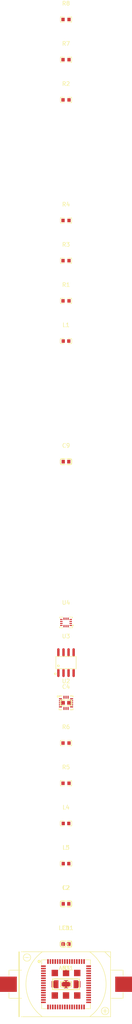
<source format=kicad_pcb>
(kicad_pcb (version 20241229) (generator "atopile") (generator_version "0.12.4")
  (layers (0 "F.Cu" signal) (31 "B.Cu" signal) (34 "B.Paste" user) (35 "F.Paste" user) (36 "B.SilkS" user "B.Silkscreen") (37 "F.SilkS" user "F.Silkscreen") (38 "B.Mask" user) (39 "F.Mask" user) (44 "Edge.Cuts" user))
  (net 0 "")
  (net 1 "PC4")
  (net 2 "PB9")
  (net 4 "PA5")
  (net 8 "PA3_UART2_RX")
  (net 9 "PB8")
  (net 10 "PA14")
  (net 11 "PC13")
  (net 15 "PA2_UART2_TX")
  (net 17 "VLXSMPS")
  (net 18 "PC6")
  (net 20 "PC3")
  (net 21 "PA4")
  (net 22 "PA13")
  (net 24 "VDDMPS")
  (net 28 "VREFpos")
  (net 29 "PC0")
  (net 34 "VFBSMPS")
  (net 37 "PC5")
  (net 38 "PC1")
  (net 40 "PB15")
  (net 5 "PA12")
  (net 41 "PA9")
  (net 42 "PA6")
  (net 43 "blah-net-3")
  (net 44 "PB13")
  (net 45 "BOOT0")
  (net 46 "PA10")
  (net 50 "PB1")
  (net 51 "PA8")
  (net 52 "PA7")
  (net 53 "PB7_UART1_RX")
  (net 54 "PB10")
  (net 55 "PB14")
  (net 57 "NRST")
  (net 58 "PB12")
  (net 59 "PA11")
  (net 60 "PB11")
  (net 64 "PC2")
  (net 65 "blah-net-2")
  (net 19 "blah-net-0")
  (net 30 "blah-net-1")
  (net 94 "blah-INT2-0")
  (net 95 "blah-net-4")
  (net 96 "blah-net-5")
  (net 97 "A")
  (net 98 "RES")
  (net 99 "ADC3")
  (net 100 "SCX")
  (net 101 "blah-CS-0")
  (net 102 "SDO_SUX")
  (net 103 "blah-SDO_SA0-1")
  (net 104 "gnd")
  (net 105 "ADC1")
  (net 106 "i2c_sda")
  (net 107 "INT1")
  (net 108 "SDX")
  (net 109 "CS_AUX")
  (net 110 "blah-INT2-1")
  (net 111 "ADC2")
  (net 112 "led_status")
  (net 113 "vcc")
  (net 114 "vbat")
  (net 115 "adc_ntc")
  (net 116 "blah-SDO_SA0-0")
  (net 117 "activation")
  (net 118 "i2c_scl")
  (net 119 "blah-CS-1")
  (net 3 "a0")
  (net 6 "a2")
  (net 7 "a1")
  (net 12 "Feed")
  (net 13 "RF_OUT")
  (net 14 "Dummy")
  (footprint "RAKwireless_RAK3172_SIP_8_SM_NI:LGA-73_L12.0-W12.0-P0.60-TL" (layer "F.Cu") (at 0 0 0)
    (property "Reference" "U1" (at 0 -9.65 0) (layer "F.SilkS") (hide no))
    (property "Value" "")
    (fp_line (start -6.08 -4.82) (end -6.08 -6.08) (stroke (width 0.15)) (layer "F.SilkS"))
    (fp_line (start -6.08 -6.08) (end -4.82 -6.08) (stroke (width 0.15)) (layer "F.SilkS"))
    (fp_line (start 6.08 -4.82) (end 6.08 -6.08) (stroke (width 0.15)) (layer "F.SilkS"))
    (fp_line (start 6.08 -6.08) (end 4.82 -6.08) (stroke (width 0.15)) (layer "F.SilkS"))
    (fp_line (start 6.08 4.82) (end 6.08 6.08) (stroke (width 0.15)) (layer "F.SilkS"))
    (fp_line (start 6.08 6.08) (end 4.82 6.08) (stroke (width 0.15)) (layer "F.SilkS"))
    (fp_line (start -6.08 4.82) (end -6.08 6.08) (stroke (width 0.15)) (layer "F.SilkS"))
    (fp_line (start -6.08 6.08) (end -4.82 6.08) (stroke (width 0.15)) (layer "F.SilkS"))
    (fp_circle (center -6.7 -5.67) (end -6.5 -5.67) (stroke (width 0.4)) (fill no) (layer "F.SilkS"))
    (fp_text user "${REFERENCE}" (at 0 -9.65 0) (layer "F.SilkS"))
    (pad "1" smd rect (at -5.65 -4.5 0) (size 1.17 0.37) (layers "F.Cu" "F.Paste" "F.Mask") (net 22 "PA13"))
    (pad "2" smd rect (at -5.65 -3.9 0) (size 1.17 0.37) (layers "F.Cu" "F.Paste" "F.Mask") (net 10 "PA14"))
    (pad "3" smd rect (at -5.65 -3.3 0) (size 1.17 0.37) (layers "F.Cu" "F.Paste" "F.Mask") (net 113 "vcc"))
    (pad "4" smd rect (at -5.65 -2.7 0) (size 1.17 0.37) (layers "F.Cu" "F.Paste" "F.Mask") (net 114 "vbat"))
    (pad "5" smd rect (at -5.65 -2.1 0) (size 1.17 0.37) (layers "F.Cu" "F.Paste" "F.Mask") (net 11 "PC13"))
    (pad "6" smd rect (at -5.65 -1.5 0) (size 1.17 0.37) (layers "F.Cu" "F.Paste" "F.Mask") (net 28 "VREFpos"))
    (pad "7" smd rect (at -5.65 -0.9 0) (size 1.17 0.37) (layers "F.Cu" "F.Paste" "F.Mask") (net 113 "vcc"))
    (pad "8" smd rect (at -5.65 -0.3 0) (size 1.17 0.37) (layers "F.Cu" "F.Paste" "F.Mask") (net 118 "i2c_scl"))
    (pad "9" smd rect (at -5.65 0.3 0) (size 1.17 0.37) (layers "F.Cu" "F.Paste" "F.Mask") (net 40 "PB15"))
    (pad "10" smd rect (at -5.65 0.9 0) (size 1.17 0.37) (layers "F.Cu" "F.Paste" "F.Mask") (net 34 "VFBSMPS"))
    (pad "11" smd rect (at -5.65 1.5 0) (size 1.17 0.37) (layers "F.Cu" "F.Paste" "F.Mask") (net 24 "VDDMPS"))
    (pad "12" smd rect (at -5.65 2.1 0) (size 1.17 0.37) (layers "F.Cu" "F.Paste" "F.Mask") (net 104 "gnd"))
    (pad "13" smd rect (at -5.65 2.7 0) (size 1.17 0.37) (layers "F.Cu" "F.Paste" "F.Mask") (net 17 "VLXSMPS"))
    (pad "14" smd rect (at -5.65 3.3 0) (size 1.17 0.37) (layers "F.Cu" "F.Paste" "F.Mask") (net 110 "blah-INT2-1"))
    (pad "15" smd rect (at -5.65 3.9 0) (size 1.17 0.37) (layers "F.Cu" "F.Paste" "F.Mask") (net 107 "INT1"))
    (pad "16" smd rect (at -5.65 4.5 0) (size 1.17 0.37) (layers "F.Cu" "F.Paste" "F.Mask") (net 112 "led_status"))
    (pad "17" smd rect (at -4.5 5.65 0) (size 0.37 1.17) (layers "F.Cu" "F.Paste" "F.Mask") (net 106 "i2c_sda"))
    (pad "18" smd rect (at -3.9 5.65 0) (size 0.37 1.17) (layers "F.Cu" "F.Paste" "F.Mask") (net 53 "PB7_UART1_RX"))
    (pad "19" smd rect (at -3.3 5.65 0) (size 0.37 1.17) (layers "F.Cu" "F.Paste" "F.Mask") (net 9 "PB8"))
    (pad "20" smd rect (at -2.7 5.65 0) (size 0.37 1.17) (layers "F.Cu" "F.Paste" "F.Mask") (net 2 "PB9"))
    (pad "21" smd rect (at -2.1 5.65 0) (size 0.37 1.17) (layers "F.Cu" "F.Paste" "F.Mask") (net 29 "PC0"))
    (pad "22" smd rect (at -1.5 5.65 0) (size 0.37 1.17) (layers "F.Cu" "F.Paste" "F.Mask") (net 38 "PC1"))
    (pad "23" smd rect (at -0.9 5.65 0) (size 0.37 1.17) (layers "F.Cu" "F.Paste" "F.Mask") (net 64 "PC2"))
    (pad "24" smd rect (at -0.3 5.65 0) (size 0.37 1.17) (layers "F.Cu" "F.Paste" "F.Mask") (net 20 "PC3"))
    (pad "25" smd rect (at 0.3 5.65 0) (size 0.37 1.17) (layers "F.Cu" "F.Paste" "F.Mask") (net 1 "PC4"))
    (pad "26" smd rect (at 0.9 5.65 0) (size 0.37 1.17) (layers "F.Cu" "F.Paste" "F.Mask") (net 37 "PC5"))
    (pad "27" smd rect (at 1.5 5.65 0) (size 0.37 1.17) (layers "F.Cu" "F.Paste" "F.Mask") (net 18 "PC6"))
    (pad "28" smd rect (at 2.1 5.65 0) (size 0.37 1.17) (layers "F.Cu" "F.Paste" "F.Mask") (net 104 "gnd"))
    (pad "29" smd rect (at 2.7 5.65 0) (size 0.37 1.17) (layers "F.Cu" "F.Paste" "F.Mask") (net 15 "PA2_UART2_TX"))
    (pad "30" smd rect (at 3.3 5.65 0) (size 0.37 1.17) (layers "F.Cu" "F.Paste" "F.Mask") (net 8 "PA3_UART2_RX"))
    (pad "31" smd rect (at 3.9 5.65 0) (size 0.37 1.17) (layers "F.Cu" "F.Paste" "F.Mask") (net 21 "PA4"))
    (pad "32" smd rect (at 4.5 5.65 0) (size 0.37 1.17) (layers "F.Cu" "F.Paste" "F.Mask") (net 4 "PA5"))
    (pad "33" smd rect (at 5.65 4.5 0) (size 1.17 0.37) (layers "F.Cu" "F.Paste" "F.Mask") (net 42 "PA6"))
    (pad "34" smd rect (at 5.65 3.9 0) (size 1.17 0.37) (layers "F.Cu" "F.Paste" "F.Mask") (net 52 "PA7"))
    (pad "35" smd rect (at 5.65 3.3 0) (size 1.17 0.37) (layers "F.Cu" "F.Paste" "F.Mask") (net 104 "gnd"))
    (pad "36" smd rect (at 5.65 2.7 0) (size 1.17 0.37) (layers "F.Cu" "F.Paste" "F.Mask") (net 104 "gnd"))
    (pad "37" smd rect (at 5.65 2.1 0) (size 1.17 0.37) (layers "F.Cu" "F.Paste" "F.Mask") (net 13 "RF_OUT"))
    (pad "38" smd rect (at 5.65 1.5 0) (size 1.17 0.37) (layers "F.Cu" "F.Paste" "F.Mask") (net 104 "gnd"))
    (pad "39" smd rect (at 5.65 0.9 0) (size 1.17 0.37) (layers "F.Cu" "F.Paste" "F.Mask") (net 104 "gnd"))
    (pad "40" smd rect (at 5.65 0.3 0) (size 1.17 0.37) (layers "F.Cu" "F.Paste" "F.Mask") (net 65 "blah-net-2"))
    (pad "41" smd rect (at 5.65 -0.3 0) (size 1.17 0.37) (layers "F.Cu" "F.Paste" "F.Mask") (net 43 "blah-net-3"))
    (pad "42" smd rect (at 5.65 -0.9 0) (size 1.17 0.37) (layers "F.Cu" "F.Paste" "F.Mask") (net 117 "activation"))
    (pad "43" smd rect (at 5.65 -1.5 0) (size 1.17 0.37) (layers "F.Cu" "F.Paste" "F.Mask") (net 45 "BOOT0"))
    (pad "44" smd rect (at 5.65 -2.1 0) (size 1.17 0.37) (layers "F.Cu" "F.Paste" "F.Mask") (net 57 "NRST"))
    (pad "45" smd rect (at 5.65 -2.7 0) (size 1.17 0.37) (layers "F.Cu" "F.Paste" "F.Mask") (net 115 "adc_ntc"))
    (pad "46" smd rect (at 5.65 -3.3 0) (size 1.17 0.37) (layers "F.Cu" "F.Paste" "F.Mask") (net 104 "gnd"))
    (pad "47" smd rect (at 5.65 -3.9 0) (size 1.17 0.37) (layers "F.Cu" "F.Paste" "F.Mask") (net 104 "gnd"))
    (pad "48" smd rect (at 5.65 -4.5 0) (size 1.17 0.37) (layers "F.Cu" "F.Paste" "F.Mask") (net 60 "PB11"))
    (pad "49" smd rect (at 4.5 -5.65 0) (size 0.37 1.17) (layers "F.Cu" "F.Paste" "F.Mask") (net 54 "PB10"))
    (pad "50" smd rect (at 3.9 -5.65 0) (size 0.37 1.17) (layers "F.Cu" "F.Paste" "F.Mask") (net 41 "PA9"))
    (pad "51" smd rect (at 3.3 -5.65 0) (size 0.37 1.17) (layers "F.Cu" "F.Paste" "F.Mask") (net 51 "PA8"))
    (pad "52" smd rect (at 2.7 -5.65 0) (size 0.37 1.17) (layers "F.Cu" "F.Paste" "F.Mask") (net 104 "gnd"))
    (pad "53" smd rect (at 2.1 -5.65 0) (size 0.37 1.17) (layers "F.Cu" "F.Paste" "F.Mask") (net 113 "vcc"))
    (pad "54" smd rect (at 1.5 -5.65 0) (size 0.37 1.17) (layers "F.Cu" "F.Paste" "F.Mask") (net 113 "vcc"))
    (pad "55" smd rect (at 0.9 -5.65 0) (size 0.37 1.17) (layers "F.Cu" "F.Paste" "F.Mask") (net 113 "vcc"))
    (pad "56" smd rect (at 0.3 -5.65 0) (size 0.37 1.17) (layers "F.Cu" "F.Paste" "F.Mask") (net 104 "gnd"))
    (pad "57" smd rect (at -0.3 -5.65 0) (size 0.37 1.17) (layers "F.Cu" "F.Paste" "F.Mask") (net 50 "PB1"))
    (pad "58" smd rect (at -0.9 -5.65 0) (size 0.37 1.17) (layers "F.Cu" "F.Paste" "F.Mask") (net 94 "blah-INT2-0"))
    (pad "59" smd rect (at -1.5 -5.65 0) (size 0.37 1.17) (layers "F.Cu" "F.Paste" "F.Mask") (net 58 "PB12"))
    (pad "60" smd rect (at -2.1 -5.65 0) (size 0.37 1.17) (layers "F.Cu" "F.Paste" "F.Mask") (net 44 "PB13"))
    (pad "61" smd rect (at -2.7 -5.65 0) (size 0.37 1.17) (layers "F.Cu" "F.Paste" "F.Mask") (net 55 "PB14"))
    (pad "62" smd rect (at -3.3 -5.65 0) (size 0.37 1.17) (layers "F.Cu" "F.Paste" "F.Mask") (net 46 "PA10"))
    (pad "63" smd rect (at -3.9 -5.65 0) (size 0.37 1.17) (layers "F.Cu" "F.Paste" "F.Mask") (net 59 "PA11"))
    (pad "64" smd rect (at -4.5 -5.65 0) (size 0.37 1.17) (layers "F.Cu" "F.Paste" "F.Mask") (net 5 "PA12"))
    (pad "65" smd rect (at -2.8 -2.8 0) (size 1.6 1.6) (layers "F.Cu" "F.Paste" "F.Mask") (net 104 "gnd"))
    (pad "66" smd rect (at 0 -2.8 0) (size 1.6 1.6) (layers "F.Cu" "F.Paste" "F.Mask") (net 104 "gnd"))
    (pad "67" smd rect (at 2.8 -2.8 0) (size 1.6 1.6) (layers "F.Cu" "F.Paste" "F.Mask") (net 104 "gnd"))
    (pad "68" smd rect (at -2.8 0 0) (size 1.6 1.6) (layers "F.Cu" "F.Paste" "F.Mask") (net 104 "gnd"))
    (pad "69" smd rect (at 0 0 0) (size 1.6 1.6) (layers "F.Cu" "F.Paste" "F.Mask") (net 104 "gnd"))
    (pad "70" smd rect (at 2.8 0 0) (size 1.6 1.6) (layers "F.Cu" "F.Paste" "F.Mask") (net 104 "gnd"))
    (pad "71" smd rect (at -2.8 2.8 0) (size 1.6 1.6) (layers "F.Cu" "F.Paste" "F.Mask") (net 104 "gnd"))
    (pad "72" smd rect (at 0 2.8 0) (size 1.6 1.6) (layers "F.Cu" "F.Paste" "F.Mask") (net 104 "gnd"))
    (pad "73" smd rect (at 2.8 2.8 0) (size 1.6 1.6) (layers "F.Cu" "F.Paste" "F.Mask") (net 104 "gnd"))
  )
  (footprint "YAGEO_CC0603KRX7R9BB104:C0603" (layer "F.Cu") (at 0 0 0)
    (property "Reference" "C3" (at 0 -4 0) (layer "F.SilkS") (hide no))
    (property "Value" "100nF ±10% 50V X7R")
    (fp_line (start -0.28 0.71) (end -1.08 0.71) (stroke (width 0.25)) (layer "F.SilkS"))
    (fp_line (start 0.28 0.71) (end 1.08 0.71) (stroke (width 0.25)) (layer "F.SilkS"))
    (fp_line (start -0.28 -0.71) (end -1.08 -0.71) (stroke (width 0.25)) (layer "F.SilkS"))
    (fp_line (start 0.28 -0.71) (end 1.08 -0.71) (stroke (width 0.25)) (layer "F.SilkS"))
    (fp_line (start -1.39 0.4) (end -1.39 -0.4) (stroke (width 0.25)) (layer "F.SilkS"))
    (fp_line (start 1.39 -0.4) (end 1.39 0.4) (stroke (width 0.25)) (layer "F.SilkS"))
    (fp_arc (start 1.39 -0.4) (mid 1.2992031021678296 -0.6192031021678296) (end 1.08 -0.7099999999999999) (stroke (width 0.25)) (layer "F.SilkS"))
    (fp_arc (start 1.08 0.71) (mid 1.2992031021678296 0.6192031021678297) (end 1.3900000000000001 0.4) (stroke (width 0.25)) (layer "F.SilkS"))
    (fp_arc (start -1.39 0.4) (mid -1.2992031021678296 0.6192031021678296) (end -1.08 0.7099999999999999) (stroke (width 0.25)) (layer "F.SilkS"))
    (fp_arc (start -1.08 -0.71) (mid -1.2992031021678296 -0.6192031021678297) (end -1.3900000000000001 -0.4) (stroke (width 0.25)) (layer "F.SilkS"))
    (fp_text user "${REFERENCE}" (at 0 -4 0) (layer "F.SilkS"))
    (pad "2" smd rect (at 0.7 0 0) (size 0.8 0.9) (layers "F.Cu" "F.Paste" "F.Mask") (net 104 "gnd"))
    (pad "1" smd rect (at -0.7 0 0) (size 0.8 0.9) (layers "F.Cu" "F.Paste" "F.Mask") (net 113 "vcc"))
  )
  (footprint "YAGEO_CC0603KRX7R9BB104:C0603" (layer "F.Cu") (at 0 -70 0)
    (property "Reference" "C4" (at 0 -4 0) (layer "F.SilkS") (hide no))
    (property "Value" "100nF ±10% 50V X7R")
    (fp_line (start -0.28 0.71) (end -1.08 0.71) (stroke (width 0.25)) (layer "F.SilkS"))
    (fp_line (start 0.28 0.71) (end 1.08 0.71) (stroke (width 0.25)) (layer "F.SilkS"))
    (fp_line (start -0.28 -0.71) (end -1.08 -0.71) (stroke (width 0.25)) (layer "F.SilkS"))
    (fp_line (start 0.28 -0.71) (end 1.08 -0.71) (stroke (width 0.25)) (layer "F.SilkS"))
    (fp_line (start -1.39 0.4) (end -1.39 -0.4) (stroke (width 0.25)) (layer "F.SilkS"))
    (fp_line (start 1.39 -0.4) (end 1.39 0.4) (stroke (width 0.25)) (layer "F.SilkS"))
    (fp_arc (start 1.39 -0.4) (mid 1.2992031021678296 -0.6192031021678296) (end 1.08 -0.7099999999999999) (stroke (width 0.25)) (layer "F.SilkS"))
    (fp_arc (start 1.08 0.71) (mid 1.2992031021678296 0.6192031021678297) (end 1.3900000000000001 0.4) (stroke (width 0.25)) (layer "F.SilkS"))
    (fp_arc (start -1.39 0.4) (mid -1.2992031021678296 0.6192031021678296) (end -1.08 0.7099999999999999) (stroke (width 0.25)) (layer "F.SilkS"))
    (fp_arc (start -1.08 -0.71) (mid -1.2992031021678296 -0.6192031021678297) (end -1.3900000000000001 -0.4) (stroke (width 0.25)) (layer "F.SilkS"))
    (fp_text user "${REFERENCE}" (at 0 -4 0) (layer "F.SilkS"))
    (pad "2" smd rect (at 0.7 0 0) (size 0.8 0.9) (layers "F.Cu" "F.Paste" "F.Mask") (net 104 "gnd"))
    (pad "1" smd rect (at -0.7 0 0) (size 0.8 0.9) (layers "F.Cu" "F.Paste" "F.Mask") (net 113 "vcc"))
  )
  (footprint "YAGEO_CC0603KRX7R9BB104:C0603" (layer "F.Cu") (at 0 -130 0)
    (property "Reference" "C9" (at 0 -4 0) (layer "F.SilkS") (hide no))
    (property "Value" "100nF ±10% 50V X7R")
    (fp_line (start -0.28 0.71) (end -1.08 0.71) (stroke (width 0.25)) (layer "F.SilkS"))
    (fp_line (start 0.28 0.71) (end 1.08 0.71) (stroke (width 0.25)) (layer "F.SilkS"))
    (fp_line (start -0.28 -0.71) (end -1.08 -0.71) (stroke (width 0.25)) (layer "F.SilkS"))
    (fp_line (start 0.28 -0.71) (end 1.08 -0.71) (stroke (width 0.25)) (layer "F.SilkS"))
    (fp_line (start -1.39 0.4) (end -1.39 -0.4) (stroke (width 0.25)) (layer "F.SilkS"))
    (fp_line (start 1.39 -0.4) (end 1.39 0.4) (stroke (width 0.25)) (layer "F.SilkS"))
    (fp_arc (start 1.39 -0.4) (mid 1.2992031021678296 -0.6192031021678296) (end 1.08 -0.7099999999999999) (stroke (width 0.25)) (layer "F.SilkS"))
    (fp_arc (start 1.08 0.71) (mid 1.2992031021678296 0.6192031021678297) (end 1.3900000000000001 0.4) (stroke (width 0.25)) (layer "F.SilkS"))
    (fp_arc (start -1.39 0.4) (mid -1.2992031021678296 0.6192031021678296) (end -1.08 0.7099999999999999) (stroke (width 0.25)) (layer "F.SilkS"))
    (fp_arc (start -1.08 -0.71) (mid -1.2992031021678296 -0.6192031021678297) (end -1.3900000000000001 -0.4) (stroke (width 0.25)) (layer "F.SilkS"))
    (fp_text user "${REFERENCE}" (at 0 -4 0) (layer "F.SilkS"))
    (pad "2" smd rect (at 0.7 0 0) (size 0.8 0.9) (layers "F.Cu" "F.Paste" "F.Mask") (net 104 "gnd"))
    (pad "1" smd rect (at -0.7 0 0) (size 0.8 0.9) (layers "F.Cu" "F.Paste" "F.Mask") (net 113 "vcc"))
  )
  (footprint "Murata_Electronics_LQM18FN100M00D:L0603" (layer "F.Cu") (at 0 -160 0)
    (property "Reference" "L1" (at 0 -4 0) (layer "F.SilkS") (hide no))
    (property "Value" "10µH ±20% 30MHz 50mA 1.17Ω")
    (fp_line (start -1.27 0.65) (end -1.43 0.5) (stroke (width 0.15)) (layer "F.SilkS"))
    (fp_line (start -1.43 0.5) (end -1.43 -0.51) (stroke (width 0.15)) (layer "F.SilkS"))
    (fp_line (start -1.43 -0.51) (end -1.27 -0.65) (stroke (width 0.15)) (layer "F.SilkS"))
    (fp_line (start 1.27 -0.65) (end 1.42 -0.5) (stroke (width 0.15)) (layer "F.SilkS"))
    (fp_line (start 1.42 -0.5) (end 1.42 0.52) (stroke (width 0.15)) (layer "F.SilkS"))
    (fp_line (start 1.42 0.52) (end 1.27 0.65) (stroke (width 0.15)) (layer "F.SilkS"))
    (fp_line (start -1.28 -0.65) (end -0.51 -0.65) (stroke (width 0.15)) (layer "F.SilkS"))
    (fp_line (start 1.27 0.65) (end 0.51 0.65) (stroke (width 0.15)) (layer "F.SilkS"))
    (fp_line (start -1.28 0.65) (end -0.51 0.65) (stroke (width 0.15)) (layer "F.SilkS"))
    (fp_line (start 1.27 -0.65) (end 0.51 -0.65) (stroke (width 0.15)) (layer "F.SilkS"))
    (fp_text user "${REFERENCE}" (at 0 -4 0) (layer "F.SilkS"))
    (pad "1" smd rect (at -0.7 0 180) (size 0.8 0.86) (layers "F.Cu" "F.Paste" "F.Mask") (net 113 "vcc"))
    (pad "2" smd rect (at 0.7 0 180) (size 0.8 0.86) (layers "F.Cu" "F.Paste" "F.Mask") (net 113 "vcc"))
  )
  (footprint "UNI_ROYAL_0603WAF1002T5E:R0603" (layer "F.Cu") (at 0 -170 0)
    (property "Reference" "R1" (at 0 -4 0) (layer "F.SilkS") (hide no))
    (property "Value" "10kΩ ±1% 100mW")
    (fp_line (start 0.43 0.66) (end 1.39 0.66) (stroke (width 0.15)) (layer "F.SilkS"))
    (fp_line (start 1.39 0.66) (end 1.39 -0.66) (stroke (width 0.15)) (layer "F.SilkS"))
    (fp_line (start 1.39 -0.66) (end 0.43 -0.66) (stroke (width 0.15)) (layer "F.SilkS"))
    (fp_line (start -0.43 0.66) (end -1.39 0.66) (stroke (width 0.15)) (layer "F.SilkS"))
    (fp_line (start -1.39 0.66) (end -1.39 -0.66) (stroke (width 0.15)) (layer "F.SilkS"))
    (fp_line (start -1.39 -0.66) (end -0.43 -0.66) (stroke (width 0.15)) (layer "F.SilkS"))
    (fp_text user "${REFERENCE}" (at 0 -4 0) (layer "F.SilkS"))
    (pad "2" smd rect (at 0.75 0 0) (size 0.81 0.86) (layers "F.Cu" "F.Paste" "F.Mask") (net 104 "gnd"))
    (pad "1" smd rect (at -0.75 0 0) (size 0.81 0.86) (layers "F.Cu" "F.Paste" "F.Mask") (net 113 "vcc"))
  )
  (footprint "UNI_ROYAL_0603WAF1002T5E:R0603" (layer "F.Cu") (at 0 -180 0)
    (property "Reference" "R3" (at 0 -4 0) (layer "F.SilkS") (hide no))
    (property "Value" "10kΩ ±1% 100mW")
    (fp_line (start 0.43 0.66) (end 1.39 0.66) (stroke (width 0.15)) (layer "F.SilkS"))
    (fp_line (start 1.39 0.66) (end 1.39 -0.66) (stroke (width 0.15)) (layer "F.SilkS"))
    (fp_line (start 1.39 -0.66) (end 0.43 -0.66) (stroke (width 0.15)) (layer "F.SilkS"))
    (fp_line (start -0.43 0.66) (end -1.39 0.66) (stroke (width 0.15)) (layer "F.SilkS"))
    (fp_line (start -1.39 0.66) (end -1.39 -0.66) (stroke (width 0.15)) (layer "F.SilkS"))
    (fp_line (start -1.39 -0.66) (end -0.43 -0.66) (stroke (width 0.15)) (layer "F.SilkS"))
    (fp_text user "${REFERENCE}" (at 0 -4 0) (layer "F.SilkS"))
    (pad "2" smd rect (at 0.75 0 0) (size 0.81 0.86) (layers "F.Cu" "F.Paste" "F.Mask") (net 104 "gnd"))
    (pad "1" smd rect (at -0.75 0 0) (size 0.81 0.86) (layers "F.Cu" "F.Paste" "F.Mask") (net 115 "adc_ntc"))
  )
  (footprint "UNI_ROYAL_0603WAF1002T5E:R0603" (layer "F.Cu") (at 0 -190 0)
    (property "Reference" "R4" (at 0 -4 0) (layer "F.SilkS") (hide no))
    (property "Value" "10kΩ ±1% 100mW")
    (fp_line (start 0.43 0.66) (end 1.39 0.66) (stroke (width 0.15)) (layer "F.SilkS"))
    (fp_line (start 1.39 0.66) (end 1.39 -0.66) (stroke (width 0.15)) (layer "F.SilkS"))
    (fp_line (start 1.39 -0.66) (end 0.43 -0.66) (stroke (width 0.15)) (layer "F.SilkS"))
    (fp_line (start -0.43 0.66) (end -1.39 0.66) (stroke (width 0.15)) (layer "F.SilkS"))
    (fp_line (start -1.39 0.66) (end -1.39 -0.66) (stroke (width 0.15)) (layer "F.SilkS"))
    (fp_line (start -1.39 -0.66) (end -0.43 -0.66) (stroke (width 0.15)) (layer "F.SilkS"))
    (fp_text user "${REFERENCE}" (at 0 -4 0) (layer "F.SilkS"))
    (pad "2" smd rect (at 0.75 0 0) (size 0.81 0.86) (layers "F.Cu" "F.Paste" "F.Mask") (net 115 "adc_ntc"))
    (pad "1" smd rect (at -0.75 0 0) (size 0.81 0.86) (layers "F.Cu" "F.Paste" "F.Mask") (net 113 "vcc"))
  )
  (footprint "UNI_ROYAL_0603WAF1002T5E:R0603" (layer "F.Cu") (at 0 -220 0)
    (property "Reference" "R2" (at 0 -4 0) (layer "F.SilkS") (hide no))
    (property "Value" "10kΩ ±1% 100mW")
    (fp_line (start 0.43 0.66) (end 1.39 0.66) (stroke (width 0.15)) (layer "F.SilkS"))
    (fp_line (start 1.39 0.66) (end 1.39 -0.66) (stroke (width 0.15)) (layer "F.SilkS"))
    (fp_line (start 1.39 -0.66) (end 0.43 -0.66) (stroke (width 0.15)) (layer "F.SilkS"))
    (fp_line (start -0.43 0.66) (end -1.39 0.66) (stroke (width 0.15)) (layer "F.SilkS"))
    (fp_line (start -1.39 0.66) (end -1.39 -0.66) (stroke (width 0.15)) (layer "F.SilkS"))
    (fp_line (start -1.39 -0.66) (end -0.43 -0.66) (stroke (width 0.15)) (layer "F.SilkS"))
    (fp_text user "${REFERENCE}" (at 0 -4 0) (layer "F.SilkS"))
    (pad "2" smd rect (at 0.75 0 0) (size 0.81 0.86) (layers "F.Cu" "F.Paste" "F.Mask") (net 30 "blah-net-1"))
    (pad "1" smd rect (at -0.75 0 0) (size 0.81 0.86) (layers "F.Cu" "F.Paste" "F.Mask") (net 19 "blah-net-0"))
  )
  (footprint "UNI_ROYAL_0603WAF1002T5E:R0603" (layer "F.Cu") (at 0 -230 0)
    (property "Reference" "R7" (at 0 -4 0) (layer "F.SilkS") (hide no))
    (property "Value" "10kΩ ±1% 100mW")
    (fp_line (start 0.43 0.66) (end 1.39 0.66) (stroke (width 0.15)) (layer "F.SilkS"))
    (fp_line (start 1.39 0.66) (end 1.39 -0.66) (stroke (width 0.15)) (layer "F.SilkS"))
    (fp_line (start 1.39 -0.66) (end 0.43 -0.66) (stroke (width 0.15)) (layer "F.SilkS"))
    (fp_line (start -0.43 0.66) (end -1.39 0.66) (stroke (width 0.15)) (layer "F.SilkS"))
    (fp_line (start -1.39 0.66) (end -1.39 -0.66) (stroke (width 0.15)) (layer "F.SilkS"))
    (fp_line (start -1.39 -0.66) (end -0.43 -0.66) (stroke (width 0.15)) (layer "F.SilkS"))
    (fp_text user "${REFERENCE}" (at 0 -4 0) (layer "F.SilkS"))
    (pad "2" smd rect (at 0.75 0 0) (size 0.81 0.86) (layers "F.Cu" "F.Paste" "F.Mask") (net 106 "i2c_sda"))
    (pad "1" smd rect (at -0.75 0 0) (size 0.81 0.86) (layers "F.Cu" "F.Paste" "F.Mask") (net 113 "vcc"))
  )
  (footprint "UNI_ROYAL_0603WAF1002T5E:R0603" (layer "F.Cu") (at 0 -240 0)
    (property "Reference" "R8" (at 0 -4 0) (layer "F.SilkS") (hide no))
    (property "Value" "10kΩ ±1% 100mW")
    (fp_line (start 0.43 0.66) (end 1.39 0.66) (stroke (width 0.15)) (layer "F.SilkS"))
    (fp_line (start 1.39 0.66) (end 1.39 -0.66) (stroke (width 0.15)) (layer "F.SilkS"))
    (fp_line (start 1.39 -0.66) (end 0.43 -0.66) (stroke (width 0.15)) (layer "F.SilkS"))
    (fp_line (start -0.43 0.66) (end -1.39 0.66) (stroke (width 0.15)) (layer "F.SilkS"))
    (fp_line (start -1.39 0.66) (end -1.39 -0.66) (stroke (width 0.15)) (layer "F.SilkS"))
    (fp_line (start -1.39 -0.66) (end -0.43 -0.66) (stroke (width 0.15)) (layer "F.SilkS"))
    (fp_text user "${REFERENCE}" (at 0 -4 0) (layer "F.SilkS"))
    (pad "2" smd rect (at 0.75 0 0) (size 0.81 0.86) (layers "F.Cu" "F.Paste" "F.Mask") (net 118 "i2c_scl"))
    (pad "1" smd rect (at -0.75 0 0) (size 0.81 0.86) (layers "F.Cu" "F.Paste" "F.Mask") (net 113 "vcc"))
  )
  (footprint "Q_J_CR2032_BS_6_1:BAT-TH_CR2032-BS-6-1" (layer "F.Cu") (at 0 0 0)
    (property "Reference" "B1" (at 0 -4 0) (layer "F.SilkS") (hide no))
    (property "Value" "")
    (fp_line (start 11.13 8.08) (end 11.13 1.98) (stroke (width 0.15)) (layer "F.SilkS"))
    (fp_line (start -9.2 -6.65) (end -10.3 -6.65) (stroke (width 0.15)) (layer "F.SilkS"))
    (fp_line (start 9.2 6.65) (end 10.3 6.65) (stroke (width 0.15)) (layer "F.SilkS"))
    (fp_line (start 9.75 7.2) (end 9.75 6.1) (stroke (width 0.15)) (layer "F.SilkS"))
    (fp_line (start 11.13 -1.98) (end 11.13 2.06) (stroke (width 0.15)) (layer "F.SilkS"))
    (fp_line (start -11.8 -8.05) (end -11.8 8.05) (stroke (width 0.15)) (layer "F.SilkS"))
    (fp_line (start -11.8 -8.07) (end -11.65 -8.07) (stroke (width 0.15)) (layer "F.SilkS"))
    (fp_line (start -11.65 -8.07) (end -11.65 8.08) (stroke (width 0.15)) (layer "F.SilkS"))
    (fp_line (start -11.65 8.08) (end -11.8 8.08) (stroke (width 0.15)) (layer "F.SilkS"))
    (fp_line (start -14.25 3.5) (end -11.13 3.5) (stroke (width 0.15)) (layer "F.SilkS"))
    (fp_line (start -14.25 3.5) (end -14.25 2.08) (stroke (width 0.15)) (layer "F.SilkS"))
    (fp_line (start -14.25 -3.5) (end -14.25 -2.08) (stroke (width 0.15)) (layer "F.SilkS"))
    (fp_line (start -14.25 -3.5) (end -11.13 -3.5) (stroke (width 0.15)) (layer "F.SilkS"))
    (fp_line (start 14.25 3.5) (end 11.13 3.5) (stroke (width 0.15)) (layer "F.SilkS"))
    (fp_line (start 14.25 3.5) (end 14.25 2.08) (stroke (width 0.15)) (layer "F.SilkS"))
    (fp_line (start 14.25 -3.5) (end 14.25 -2.08) (stroke (width 0.15)) (layer "F.SilkS"))
    (fp_line (start 14.25 -3.5) (end 11.13 -3.5) (stroke (width 0.15)) (layer "F.SilkS"))
    (fp_line (start 9.64 -8.08) (end 9.66 -8.08) (stroke (width 0.15)) (layer "F.SilkS"))
    (fp_line (start 9.66 -8.08) (end 11.13 -6.61) (stroke (width 0.15)) (layer "F.SilkS"))
    (fp_line (start -11.13 -8.08) (end 11.13 -8.08) (stroke (width 0.15)) (layer "F.SilkS"))
    (fp_line (start 11.13 -8.08) (end 11.13 -1.98) (stroke (width 0.15)) (layer "F.SilkS"))
    (fp_line (start -11.13 8.08) (end 11.13 8.08) (stroke (width 0.15)) (layer "F.SilkS"))
    (fp_arc (start -5.91 8.07) (mid -10.006743821177578 -0.003601908927777231) (end -5.904183094256048 -8.074249541064866) (stroke (width 0.15)) (layer "F.SilkS"))
    (fp_arc (start 5.91 -8.07) (mid 10.006743821177578 0.003601908927777231) (end 5.904183094256048 8.074249541064866) (stroke (width 0.15)) (layer "F.SilkS"))
    (fp_circle (center 9.75 6.65) (end 10.67 6.65) (stroke (width 0.15)) (fill no) (layer "F.SilkS"))
    (fp_circle (center -9.75 -6.65) (end -8.83 -6.65) (stroke (width 0.15)) (fill no) (layer "F.SilkS"))
    (fp_text user "${REFERENCE}" (at 0 -4 0) (layer "F.SilkS"))
    (pad "1" smd rect (at 14.39 0 0) (size 4.2 3.8) (layers "F.Cu" "F.Paste" "F.Mask") (net 114 "vbat"))
    (pad "2" smd rect (at -14.39 0 0) (size 4.2 3.8) (layers "F.Cu" "F.Paste" "F.Mask") (net 104 "gnd"))
  )
  (footprint "Everlight_Elec_19_217_GHC_YR1S2_3T:LED0603-RD" (layer "F.Cu") (at 0 -10 0)
    (property "Reference" "LED1" (at 0 -4 0) (layer "F.SilkS") (hide no))
    (property "Value" "")
    (fp_line (start 0.22 0.33) (end 0.21 0.33) (stroke (width 0.15)) (layer "F.SilkS"))
    (fp_line (start 0.21 0.33) (end -0.12 0) (stroke (width 0.15)) (layer "F.SilkS"))
    (fp_line (start 0.22 -0.35) (end 0.22 -0.34) (stroke (width 0.15)) (layer "F.SilkS"))
    (fp_line (start 0.22 -0.34) (end -0.12 0) (stroke (width 0.15)) (layer "F.SilkS"))
    (fp_line (start 0.22 -0.35) (end 0.22 0.33) (stroke (width 0.15)) (layer "F.SilkS"))
    (fp_line (start 0.24 -0.75) (end 1.39 -0.75) (stroke (width 0.15)) (layer "F.SilkS"))
    (fp_line (start 0.24 0.75) (end 1.39 0.75) (stroke (width 0.15)) (layer "F.SilkS"))
    (fp_line (start 1.39 -0.75) (end 1.39 0.73) (stroke (width 0.15)) (layer "F.SilkS"))
    (fp_line (start -0.14 0.75) (end -1.19 0.75) (stroke (width 0.15)) (layer "F.SilkS"))
    (fp_line (start -1.49 0.35) (end -1.49 0.45) (stroke (width 0.15)) (layer "F.SilkS"))
    (fp_line (start -1.49 0.45) (end -1.19 0.75) (stroke (width 0.15)) (layer "F.SilkS"))
    (fp_line (start -1.49 -0.35) (end -1.49 0.35) (stroke (width 0.15)) (layer "F.SilkS"))
    (fp_line (start -1.49 -0.35) (end -1.49 -0.45) (stroke (width 0.15)) (layer "F.SilkS"))
    (fp_line (start -1.49 -0.45) (end -1.19 -0.75) (stroke (width 0.15)) (layer "F.SilkS"))
    (fp_line (start -0.14 -0.75) (end -1.19 -0.75) (stroke (width 0.15)) (layer "F.SilkS"))
    (fp_line (start 0.22 0) (end -0.12 0) (stroke (width 0.15)) (layer "F.SilkS"))
    (fp_text user "${REFERENCE}" (at 0 -4 0) (layer "F.SilkS"))
    (pad "2" smd rect (at 0.75 0 90) (size 0.8 0.8) (layers "F.Cu" "F.Paste" "F.Mask") (net 97 "A"))
    (pad "1" smd rect (at -0.75 0 90) (size 0.8 0.8) (layers "F.Cu" "F.Paste" "F.Mask") (net 104 "gnd"))
  )
  (footprint "Murata_Electronics_LQM18FN100M00D:L0603" (layer "F.Cu") (at 0 -20 0)
    (property "Reference" "L2" (at 0 -4 0) (layer "F.SilkS") (hide no))
    (property "Value" "10µH ±20% 30MHz 50mA 1.17Ω")
    (fp_line (start -1.27 0.65) (end -1.43 0.5) (stroke (width 0.15)) (layer "F.SilkS"))
    (fp_line (start -1.43 0.5) (end -1.43 -0.51) (stroke (width 0.15)) (layer "F.SilkS"))
    (fp_line (start -1.43 -0.51) (end -1.27 -0.65) (stroke (width 0.15)) (layer "F.SilkS"))
    (fp_line (start 1.27 -0.65) (end 1.42 -0.5) (stroke (width 0.15)) (layer "F.SilkS"))
    (fp_line (start 1.42 -0.5) (end 1.42 0.52) (stroke (width 0.15)) (layer "F.SilkS"))
    (fp_line (start 1.42 0.52) (end 1.27 0.65) (stroke (width 0.15)) (layer "F.SilkS"))
    (fp_line (start -1.28 -0.65) (end -0.51 -0.65) (stroke (width 0.15)) (layer "F.SilkS"))
    (fp_line (start 1.27 0.65) (end 0.51 0.65) (stroke (width 0.15)) (layer "F.SilkS"))
    (fp_line (start -1.28 0.65) (end -0.51 0.65) (stroke (width 0.15)) (layer "F.SilkS"))
    (fp_line (start 1.27 -0.65) (end 0.51 -0.65) (stroke (width 0.15)) (layer "F.SilkS"))
    (fp_text user "${REFERENCE}" (at 0 -4 0) (layer "F.SilkS"))
    (pad "1" smd rect (at -0.7 0 180) (size 0.8 0.86) (layers "F.Cu" "F.Paste" "F.Mask") (net 114 "vbat"))
    (pad "2" smd rect (at 0.7 0 180) (size 0.8 0.86) (layers "F.Cu" "F.Paste" "F.Mask") (net 113 "vcc"))
  )
  (footprint "Murata_Electronics_LQM18FN100M00D:L0603" (layer "F.Cu") (at 0 -30 0)
    (property "Reference" "L3" (at 0 -4 0) (layer "F.SilkS") (hide no))
    (property "Value" "10µH ±20% 30MHz 50mA 1.17Ω")
    (fp_line (start -1.27 0.65) (end -1.43 0.5) (stroke (width 0.15)) (layer "F.SilkS"))
    (fp_line (start -1.43 0.5) (end -1.43 -0.51) (stroke (width 0.15)) (layer "F.SilkS"))
    (fp_line (start -1.43 -0.51) (end -1.27 -0.65) (stroke (width 0.15)) (layer "F.SilkS"))
    (fp_line (start 1.27 -0.65) (end 1.42 -0.5) (stroke (width 0.15)) (layer "F.SilkS"))
    (fp_line (start 1.42 -0.5) (end 1.42 0.52) (stroke (width 0.15)) (layer "F.SilkS"))
    (fp_line (start 1.42 0.52) (end 1.27 0.65) (stroke (width 0.15)) (layer "F.SilkS"))
    (fp_line (start -1.28 -0.65) (end -0.51 -0.65) (stroke (width 0.15)) (layer "F.SilkS"))
    (fp_line (start 1.27 0.65) (end 0.51 0.65) (stroke (width 0.15)) (layer "F.SilkS"))
    (fp_line (start -1.28 0.65) (end -0.51 0.65) (stroke (width 0.15)) (layer "F.SilkS"))
    (fp_line (start 1.27 -0.65) (end 0.51 -0.65) (stroke (width 0.15)) (layer "F.SilkS"))
    (fp_text user "${REFERENCE}" (at 0 -4 0) (layer "F.SilkS"))
    (pad "1" smd rect (at -0.7 0 180) (size 0.8 0.86) (layers "F.Cu" "F.Paste" "F.Mask") (net 113 "vcc"))
    (pad "2" smd rect (at 0.7 0 180) (size 0.8 0.86) (layers "F.Cu" "F.Paste" "F.Mask") (net 113 "vcc"))
  )
  (footprint "Murata_Electronics_LQM18FN100M00D:L0603" (layer "F.Cu") (at 0 -40 0)
    (property "Reference" "L4" (at 0 -4 0) (layer "F.SilkS") (hide no))
    (property "Value" "10µH ±20% 30MHz 50mA 1.17Ω")
    (fp_line (start -1.27 0.65) (end -1.43 0.5) (stroke (width 0.15)) (layer "F.SilkS"))
    (fp_line (start -1.43 0.5) (end -1.43 -0.51) (stroke (width 0.15)) (layer "F.SilkS"))
    (fp_line (start -1.43 -0.51) (end -1.27 -0.65) (stroke (width 0.15)) (layer "F.SilkS"))
    (fp_line (start 1.27 -0.65) (end 1.42 -0.5) (stroke (width 0.15)) (layer "F.SilkS"))
    (fp_line (start 1.42 -0.5) (end 1.42 0.52) (stroke (width 0.15)) (layer "F.SilkS"))
    (fp_line (start 1.42 0.52) (end 1.27 0.65) (stroke (width 0.15)) (layer "F.SilkS"))
    (fp_line (start -1.28 -0.65) (end -0.51 -0.65) (stroke (width 0.15)) (layer "F.SilkS"))
    (fp_line (start 1.27 0.65) (end 0.51 0.65) (stroke (width 0.15)) (layer "F.SilkS"))
    (fp_line (start -1.28 0.65) (end -0.51 0.65) (stroke (width 0.15)) (layer "F.SilkS"))
    (fp_line (start 1.27 -0.65) (end 0.51 -0.65) (stroke (width 0.15)) (layer "F.SilkS"))
    (fp_text user "${REFERENCE}" (at 0 -4 0) (layer "F.SilkS"))
    (pad "1" smd rect (at -0.7 0 180) (size 0.8 0.86) (layers "F.Cu" "F.Paste" "F.Mask") (net 113 "vcc"))
    (pad "2" smd rect (at 0.7 0 180) (size 0.8 0.86) (layers "F.Cu" "F.Paste" "F.Mask") (net 113 "vcc"))
  )
  (footprint "UNI_ROYAL_0603WAF1002T5E:R0603" (layer "F.Cu") (at 0 -50 0)
    (property "Reference" "R5" (at 0 -4 0) (layer "F.SilkS") (hide no))
    (property "Value" "10kΩ ±1% 100mW")
    (fp_line (start 0.43 0.66) (end 1.39 0.66) (stroke (width 0.15)) (layer "F.SilkS"))
    (fp_line (start 1.39 0.66) (end 1.39 -0.66) (stroke (width 0.15)) (layer "F.SilkS"))
    (fp_line (start 1.39 -0.66) (end 0.43 -0.66) (stroke (width 0.15)) (layer "F.SilkS"))
    (fp_line (start -0.43 0.66) (end -1.39 0.66) (stroke (width 0.15)) (layer "F.SilkS"))
    (fp_line (start -1.39 0.66) (end -1.39 -0.66) (stroke (width 0.15)) (layer "F.SilkS"))
    (fp_line (start -1.39 -0.66) (end -0.43 -0.66) (stroke (width 0.15)) (layer "F.SilkS"))
    (fp_text user "${REFERENCE}" (at 0 -4 0) (layer "F.SilkS"))
    (pad "2" smd rect (at 0.75 0 0) (size 0.81 0.86) (layers "F.Cu" "F.Paste" "F.Mask") (net 117 "activation"))
    (pad "1" smd rect (at -0.75 0 0) (size 0.81 0.86) (layers "F.Cu" "F.Paste" "F.Mask") (net 113 "vcc"))
  )
  (footprint "UNI_ROYAL_0603WAF1002T5E:R0603" (layer "F.Cu") (at 0 -60 0)
    (property "Reference" "R6" (at 0 -4 0) (layer "F.SilkS") (hide no))
    (property "Value" "10kΩ ±1% 100mW")
    (fp_line (start 0.43 0.66) (end 1.39 0.66) (stroke (width 0.15)) (layer "F.SilkS"))
    (fp_line (start 1.39 0.66) (end 1.39 -0.66) (stroke (width 0.15)) (layer "F.SilkS"))
    (fp_line (start 1.39 -0.66) (end 0.43 -0.66) (stroke (width 0.15)) (layer "F.SilkS"))
    (fp_line (start -0.43 0.66) (end -1.39 0.66) (stroke (width 0.15)) (layer "F.SilkS"))
    (fp_line (start -1.39 0.66) (end -1.39 -0.66) (stroke (width 0.15)) (layer "F.SilkS"))
    (fp_line (start -1.39 -0.66) (end -0.43 -0.66) (stroke (width 0.15)) (layer "F.SilkS"))
    (fp_text user "${REFERENCE}" (at 0 -4 0) (layer "F.SilkS"))
    (pad "2" smd rect (at 0.75 0 0) (size 0.81 0.86) (layers "F.Cu" "F.Paste" "F.Mask") (net 97 "A"))
    (pad "1" smd rect (at -0.75 0 0) (size 0.81 0.86) (layers "F.Cu" "F.Paste" "F.Mask") (net 112 "led_status"))
  )
  (footprint "STMicroelectronics_LIS3DHTR:LGA-16_L3.0-W3.0-P0.50-TL" (layer "F.Cu") (at 0 -70 0)
    (property "Reference" "U2" (at 0 -5.4 0) (layer "F.SilkS") (hide no))
    (property "Value" "")
    (fp_line (start -1.72 -1.45) (end -1.72 -1.73) (stroke (width 0.2)) (layer "F.SilkS"))
    (fp_line (start -1.72 -1.73) (end -1.02 -1.73) (stroke (width 0.2)) (layer "F.SilkS"))
    (fp_line (start 1.03 -1.73) (end 1.73 -1.73) (stroke (width 0.2)) (layer "F.SilkS"))
    (fp_line (start 1.73 -1.73) (end 1.73 -1.45) (stroke (width 0.2)) (layer "F.SilkS"))
    (fp_line (start -1.72 1.45) (end -1.72 1.72) (stroke (width 0.2)) (layer "F.SilkS"))
    (fp_line (start -1.72 1.72) (end -1.02 1.72) (stroke (width 0.2)) (layer "F.SilkS"))
    (fp_line (start 1.03 1.72) (end 1.73 1.72) (stroke (width 0.2)) (layer "F.SilkS"))
    (fp_line (start 1.73 1.72) (end 1.73 1.45) (stroke (width 0.2)) (layer "F.SilkS"))
    (fp_arc (start -2.05 -1.58) (mid -2.05 -1.58) (end -2.05 -1.58) (stroke (width 0.25)) (layer "F.SilkS"))
    (fp_text user "${REFERENCE}" (at 0 -5.4 0) (layer "F.SilkS"))
    (pad "1" smd oval (at -1.4 -1 0) (size 0.8 0.28) (layers "F.Cu" "F.Paste" "F.Mask") (net 113 "vcc"))
    (pad "2" smd oval (at -1.4 -0.5 0) (size 0.8 0.28) (layers "F.Cu" "F.Paste" "F.Mask") (net 95 "blah-net-4"))
    (pad "3" smd oval (at -1.4 0 0) (size 0.8 0.28) (layers "F.Cu" "F.Paste" "F.Mask") (net 96 "blah-net-5"))
    (pad "4" smd oval (at -1.4 0.5 0) (size 0.8 0.28) (layers "F.Cu" "F.Paste" "F.Mask") (net 118 "i2c_scl"))
    (pad "5" smd oval (at -1.4 1 0) (size 0.8 0.28) (layers "F.Cu" "F.Paste" "F.Mask") (net 104 "gnd"))
    (pad "6" smd oval (at -0.5 1.4 0) (size 0.28 0.8) (layers "F.Cu" "F.Paste" "F.Mask") (net 106 "i2c_sda"))
    (pad "7" smd oval (at 0 1.4 0) (size 0.28 0.8) (layers "F.Cu" "F.Paste" "F.Mask") (net 116 "blah-SDO_SA0-0"))
    (pad "8" smd oval (at 0.5 1.4 0) (size 0.28 0.8) (layers "F.Cu" "F.Paste" "F.Mask") (net 101 "blah-CS-0"))
    (pad "9" smd oval (at 1.4 1 0) (size 0.8 0.28) (layers "F.Cu" "F.Paste" "F.Mask") (net 110 "blah-INT2-1"))
    (pad "10" smd oval (at 1.4 0.5 0) (size 0.8 0.28) (layers "F.Cu" "F.Paste" "F.Mask") (net 98 "RES"))
    (pad "11" smd oval (at 1.4 0 0) (size 0.8 0.28) (layers "F.Cu" "F.Paste" "F.Mask") (net 107 "INT1"))
    (pad "12" smd oval (at 1.4 -0.5 0) (size 0.8 0.28) (layers "F.Cu" "F.Paste" "F.Mask") (net 104 "gnd"))
    (pad "13" smd oval (at 1.4 -1 0) (size 0.8 0.28) (layers "F.Cu" "F.Paste" "F.Mask") (net 99 "ADC3"))
    (pad "14" smd oval (at 0.5 -1.4 0) (size 0.28 0.8) (layers "F.Cu" "F.Paste" "F.Mask") (net 113 "vcc"))
    (pad "15" smd oval (at 0 -1.4 0) (size 0.28 0.8) (layers "F.Cu" "F.Paste" "F.Mask") (net 111 "ADC2"))
    (pad "16" smd oval (at -0.5 -1.4 0) (size 0.28 0.8) (layers "F.Cu" "F.Paste" "F.Mask") (net 105 "ADC1"))
  )
  (footprint "Texas_Instruments_LM431ACMX:SOIC-8_L4.9-W3.9-P1.27-LS6.0-BL" (layer "F.Cu") (at 0 -80 0)
    (property "Reference" "U3" (at 0 -6.57 0) (layer "F.SilkS") (hide no))
    (property "Value" "")
    (fp_line (start -2.53 1.52) (end -2.53 -1.52) (stroke (width 0.15)) (layer "F.SilkS"))
    (fp_line (start -2.53 -1.52) (end 2.53 -1.52) (stroke (width 0.15)) (layer "F.SilkS"))
    (fp_line (start 2.53 -1.52) (end 2.53 1.52) (stroke (width 0.15)) (layer "F.SilkS"))
    (fp_line (start 2.53 1.52) (end -2.53 1.52) (stroke (width 0.15)) (layer "F.SilkS"))
    (fp_circle (center -1.91 0.77) (end -1.76 0.77) (stroke (width 0.3)) (fill no) (layer "F.SilkS"))
    (fp_circle (center -2.65 2.77) (end -2.5 2.77) (stroke (width 0.3)) (fill no) (layer "F.SilkS"))
    (fp_text user "${REFERENCE}" (at 0 -6.57 0) (layer "F.SilkS"))
    (pad "5" smd oval (at 1.9 -2.57 0) (size 0.59 2.05) (layers "F.Cu" "F.Paste" "F.Mask") (net 106 "i2c_sda"))
    (pad "6" smd oval (at 0.63 -2.57 0) (size 0.59 2.05) (layers "F.Cu" "F.Paste" "F.Mask") (net 118 "i2c_scl"))
    (pad "7" smd oval (at -0.63 -2.57 0) (size 0.59 2.05) (layers "F.Cu" "F.Paste" "F.Mask") (net 104 "gnd"))
    (pad "8" smd oval (at -1.91 -2.57 0) (size 0.59 2.05) (layers "F.Cu" "F.Paste" "F.Mask") (net 113 "vcc"))
    (pad "4" smd oval (at 1.9 2.57 0) (size 0.59 2.05) (layers "F.Cu" "F.Paste" "F.Mask") (net 104 "gnd"))
    (pad "3" smd oval (at 0.63 2.57 0) (size 0.59 2.05) (layers "F.Cu" "F.Paste" "F.Mask") (net 6 "a2"))
    (pad "2" smd oval (at -0.63 2.57 0) (size 0.59 2.05) (layers "F.Cu" "F.Paste" "F.Mask") (net 7 "a1"))
    (pad "1" smd oval (at -1.91 2.57 0) (size 0.59 2.05) (layers "F.Cu" "F.Paste" "F.Mask") (net 3 "a0"))
  )
  (footprint "QST_QMI8658C:LGA-14_L3.0-W2.5-P0.50-BR" (layer "F.Cu") (at 0 -90 0)
    (property "Reference" "U4" (at 0 -4.92 0) (layer "F.SilkS") (hide no))
    (property "Value" "")
    (fp_line (start -0.83 1.33) (end -1.57 1.33) (stroke (width 0.15)) (layer "F.SilkS"))
    (fp_line (start -1.57 1.33) (end -1.57 1.08) (stroke (width 0.15)) (layer "F.SilkS"))
    (fp_line (start -0.83 -1.33) (end -1.57 -1.33) (stroke (width 0.15)) (layer "F.SilkS"))
    (fp_line (start -1.57 -1.33) (end -1.57 -1.08) (stroke (width 0.15)) (layer "F.SilkS"))
    (fp_line (start 0.84 1.33) (end 1.58 1.33) (stroke (width 0.15)) (layer "F.SilkS"))
    (fp_line (start 1.58 1.33) (end 1.58 1.08) (stroke (width 0.15)) (layer "F.SilkS"))
    (fp_line (start 0.84 -1.33) (end 1.58 -1.33) (stroke (width 0.15)) (layer "F.SilkS"))
    (fp_line (start 1.58 -1.33) (end 1.58 -1.08) (stroke (width 0.15)) (layer "F.SilkS"))
    (fp_circle (center 1.73 0.74) (end 1.8 0.74) (stroke (width 0.15)) (fill no) (layer "F.SilkS"))
    (fp_text user "${REFERENCE}" (at 0 -4.92 0) (layer "F.SilkS"))
    (pad "1" smd rect (at 1.17 0.75 0) (size 0.6 0.27) (layers "F.Cu" "F.Paste" "F.Mask") (net 103 "blah-SDO_SA0-1"))
    (pad "2" smd rect (at 1.17 0.25 0) (size 0.6 0.27) (layers "F.Cu" "F.Paste" "F.Mask") (net 108 "SDX"))
    (pad "3" smd rect (at 1.17 -0.25 0) (size 0.6 0.27) (layers "F.Cu" "F.Paste" "F.Mask") (net 100 "SCX"))
    (pad "4" smd rect (at 1.17 -0.75 0) (size 0.6 0.27) (layers "F.Cu" "F.Paste" "F.Mask") (net 104 "gnd"))
    (pad "5" smd rect (at 0.5 -0.92 0) (size 0.27 0.6) (layers "F.Cu" "F.Paste" "F.Mask") (net 113 "vcc"))
    (pad "6" smd rect (at 0 -0.92 0) (size 0.27 0.6) (layers "F.Cu" "F.Paste" "F.Mask") (net 104 "gnd"))
    (pad "7" smd rect (at -0.5 -0.92 0) (size 0.27 0.6) (layers "F.Cu" "F.Paste" "F.Mask") (net 104 "gnd"))
    (pad "8" smd rect (at -1.17 -0.75 0) (size 0.6 0.27) (layers "F.Cu" "F.Paste" "F.Mask") (net 113 "vcc"))
    (pad "9" smd rect (at -1.17 -0.25 0) (size 0.6 0.27) (layers "F.Cu" "F.Paste" "F.Mask") (net 94 "blah-INT2-0"))
    (pad "10" smd rect (at -1.17 0.25 0) (size 0.6 0.27) (layers "F.Cu" "F.Paste" "F.Mask") (net 109 "CS_AUX"))
    (pad "11" smd rect (at -1.17 0.75 0) (size 0.6 0.27) (layers "F.Cu" "F.Paste" "F.Mask") (net 102 "SDO_SUX"))
    (pad "12" smd rect (at -0.5 0.92 0) (size 0.27 0.6) (layers "F.Cu" "F.Paste" "F.Mask") (net 119 "blah-CS-1"))
    (pad "13" smd rect (at 0 0.92 0) (size 0.27 0.6) (layers "F.Cu" "F.Paste" "F.Mask") (net 118 "i2c_scl"))
    (pad "14" smd rect (at 0.5 0.92 0) (size 0.27 0.6) (layers "F.Cu" "F.Paste" "F.Mask") (net 106 "i2c_sda"))
  )
  (footprint "KYOCERA_AVX_M620720:ANT-SMD_3P-L6.0-W2.0_M620720" (layer "F.Cu") (at 0 0 0)
    (property "Reference" "ANT1" (at 0 -4 0) (layer "F.SilkS") (hide no))
    (property "Value" "")
    (fp_line (start -3.3 -1.33) (end -3.3 1.33) (stroke (width 0.25)) (layer "F.SilkS"))
    (fp_line (start -3.3 1.33) (end 3.17 1.33) (stroke (width 0.25)) (layer "F.SilkS"))
    (fp_line (start 3.17 1.33) (end 3.3 1.33) (stroke (width 0.25)) (layer "F.SilkS"))
    (fp_line (start 3.3 1.33) (end 3.3 -1.33) (stroke (width 0.25)) (layer "F.SilkS"))
    (fp_line (start 3.3 -1.33) (end -3.3 -1.33) (stroke (width 0.25)) (layer "F.SilkS"))
    (fp_text user "${REFERENCE}" (at 0 -4 0) (layer "F.SilkS"))
    (pad "3" smd rect (at 2.44 0 0) (size 1.1 2) (layers "F.Cu" "F.Paste" "F.Mask") (net 104 "gnd"))
    (pad "2" smd rect (at 0 0 0) (size 1.1 2) (layers "F.Cu" "F.Paste" "F.Mask") (net 14 "Dummy"))
    (pad "1" smd rect (at -2.44 0 0) (size 1.1 2) (layers "F.Cu" "F.Paste" "F.Mask") (net 12 "Feed"))
  )
  (footprint "YAGEO_CC0603KRX7R9BB104:C0603" (layer "F.Cu") (at 0 -10 0)
    (property "Reference" "C1" (at 0 -4 0) (layer "F.SilkS") (hide no))
    (property "Value" "100nF ±10% 50V X7R")
    (fp_line (start -0.28 0.71) (end -1.08 0.71) (stroke (width 0.25)) (layer "F.SilkS"))
    (fp_line (start 0.28 0.71) (end 1.08 0.71) (stroke (width 0.25)) (layer "F.SilkS"))
    (fp_line (start -0.28 -0.71) (end -1.08 -0.71) (stroke (width 0.25)) (layer "F.SilkS"))
    (fp_line (start 0.28 -0.71) (end 1.08 -0.71) (stroke (width 0.25)) (layer "F.SilkS"))
    (fp_line (start -1.39 0.4) (end -1.39 -0.4) (stroke (width 0.25)) (layer "F.SilkS"))
    (fp_line (start 1.39 -0.4) (end 1.39 0.4) (stroke (width 0.25)) (layer "F.SilkS"))
    (fp_arc (start 1.39 -0.4) (mid 1.2992031021678296 -0.6192031021678296) (end 1.08 -0.7099999999999999) (stroke (width 0.25)) (layer "F.SilkS"))
    (fp_arc (start 1.08 0.71) (mid 1.2992031021678296 0.6192031021678297) (end 1.3900000000000001 0.4) (stroke (width 0.25)) (layer "F.SilkS"))
    (fp_arc (start -1.39 0.4) (mid -1.2992031021678296 0.6192031021678296) (end -1.08 0.7099999999999999) (stroke (width 0.25)) (layer "F.SilkS"))
    (fp_arc (start -1.08 -0.71) (mid -1.2992031021678296 -0.6192031021678297) (end -1.3900000000000001 -0.4) (stroke (width 0.25)) (layer "F.SilkS"))
    (fp_text user "${REFERENCE}" (at 0 -4 0) (layer "F.SilkS"))
    (pad "2" smd rect (at 0.7 0 0) (size 0.8 0.9) (layers "F.Cu" "F.Paste" "F.Mask") (net 104 "gnd"))
    (pad "1" smd rect (at -0.7 0 0) (size 0.8 0.9) (layers "F.Cu" "F.Paste" "F.Mask") (net 13 "RF_OUT"))
  )
  (footprint "YAGEO_CC0603KRX7R9BB104:C0603" (layer "F.Cu") (at 0 -20 0)
    (property "Reference" "C2" (at 0 -4 0) (layer "F.SilkS") (hide no))
    (property "Value" "100nF ±10% 50V X7R")
    (fp_line (start -0.28 0.71) (end -1.08 0.71) (stroke (width 0.25)) (layer "F.SilkS"))
    (fp_line (start 0.28 0.71) (end 1.08 0.71) (stroke (width 0.25)) (layer "F.SilkS"))
    (fp_line (start -0.28 -0.71) (end -1.08 -0.71) (stroke (width 0.25)) (layer "F.SilkS"))
    (fp_line (start 0.28 -0.71) (end 1.08 -0.71) (stroke (width 0.25)) (layer "F.SilkS"))
    (fp_line (start -1.39 0.4) (end -1.39 -0.4) (stroke (width 0.25)) (layer "F.SilkS"))
    (fp_line (start 1.39 -0.4) (end 1.39 0.4) (stroke (width 0.25)) (layer "F.SilkS"))
    (fp_arc (start 1.39 -0.4) (mid 1.2992031021678296 -0.6192031021678296) (end 1.08 -0.7099999999999999) (stroke (width 0.25)) (layer "F.SilkS"))
    (fp_arc (start 1.08 0.71) (mid 1.2992031021678296 0.6192031021678297) (end 1.3900000000000001 0.4) (stroke (width 0.25)) (layer "F.SilkS"))
    (fp_arc (start -1.39 0.4) (mid -1.2992031021678296 0.6192031021678296) (end -1.08 0.7099999999999999) (stroke (width 0.25)) (layer "F.SilkS"))
    (fp_arc (start -1.08 -0.71) (mid -1.2992031021678296 -0.6192031021678297) (end -1.3900000000000001 -0.4) (stroke (width 0.25)) (layer "F.SilkS"))
    (fp_text user "${REFERENCE}" (at 0 -4 0) (layer "F.SilkS"))
    (pad "2" smd rect (at 0.7 0 0) (size 0.8 0.9) (layers "F.Cu" "F.Paste" "F.Mask") (net 104 "gnd"))
    (pad "1" smd rect (at -0.7 0 0) (size 0.8 0.9) (layers "F.Cu" "F.Paste" "F.Mask") (net 12 "Feed"))
  )
  (footprint "Murata_Electronics_LQM18FN100M00D:L0603" (layer "F.Cu") (at 0 -30 0)
    (property "Reference" "L5" (at 0 -4 0) (layer "F.SilkS") (hide no))
    (property "Value" "10µH ±20% 30MHz 50mA 1.17Ω")
    (fp_line (start -1.27 0.65) (end -1.43 0.5) (stroke (width 0.15)) (layer "F.SilkS"))
    (fp_line (start -1.43 0.5) (end -1.43 -0.51) (stroke (width 0.15)) (layer "F.SilkS"))
    (fp_line (start -1.43 -0.51) (end -1.27 -0.65) (stroke (width 0.15)) (layer "F.SilkS"))
    (fp_line (start 1.27 -0.65) (end 1.42 -0.5) (stroke (width 0.15)) (layer "F.SilkS"))
    (fp_line (start 1.42 -0.5) (end 1.42 0.52) (stroke (width 0.15)) (layer "F.SilkS"))
    (fp_line (start 1.42 0.52) (end 1.27 0.65) (stroke (width 0.15)) (layer "F.SilkS"))
    (fp_line (start -1.28 -0.65) (end -0.51 -0.65) (stroke (width 0.15)) (layer "F.SilkS"))
    (fp_line (start 1.27 0.65) (end 0.51 0.65) (stroke (width 0.15)) (layer "F.SilkS"))
    (fp_line (start -1.28 0.65) (end -0.51 0.65) (stroke (width 0.15)) (layer "F.SilkS"))
    (fp_line (start 1.27 -0.65) (end 0.51 -0.65) (stroke (width 0.15)) (layer "F.SilkS"))
    (fp_text user "${REFERENCE}" (at 0 -4 0) (layer "F.SilkS"))
    (pad "1" smd rect (at -0.7 0 180) (size 0.8 0.86) (layers "F.Cu" "F.Paste" "F.Mask") (net 13 "RF_OUT"))
    (pad "2" smd rect (at 0.7 0 180) (size 0.8 0.86) (layers "F.Cu" "F.Paste" "F.Mask") (net 12 "Feed"))
  )
)
</source>
